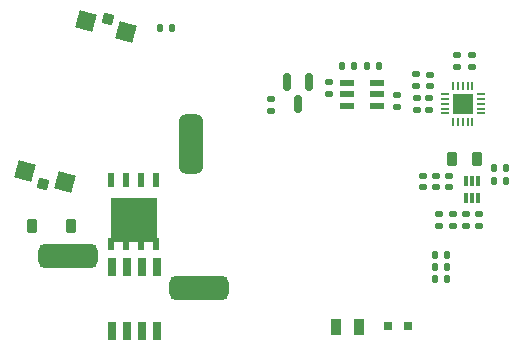
<source format=gbr>
%TF.GenerationSoftware,KiCad,Pcbnew,7.0.2*%
%TF.CreationDate,2023-08-30T02:12:12+03:00*%
%TF.ProjectId,PCBTRIGGERASSEMBLY,50434254-5249-4474-9745-52415353454d,rev?*%
%TF.SameCoordinates,Original*%
%TF.FileFunction,Paste,Top*%
%TF.FilePolarity,Positive*%
%FSLAX46Y46*%
G04 Gerber Fmt 4.6, Leading zero omitted, Abs format (unit mm)*
G04 Created by KiCad (PCBNEW 7.0.2) date 2023-08-30 02:12:12*
%MOMM*%
%LPD*%
G01*
G04 APERTURE LIST*
G04 Aperture macros list*
%AMRoundRect*
0 Rectangle with rounded corners*
0 $1 Rounding radius*
0 $2 $3 $4 $5 $6 $7 $8 $9 X,Y pos of 4 corners*
0 Add a 4 corners polygon primitive as box body*
4,1,4,$2,$3,$4,$5,$6,$7,$8,$9,$2,$3,0*
0 Add four circle primitives for the rounded corners*
1,1,$1+$1,$2,$3*
1,1,$1+$1,$4,$5*
1,1,$1+$1,$6,$7*
1,1,$1+$1,$8,$9*
0 Add four rect primitives between the rounded corners*
20,1,$1+$1,$2,$3,$4,$5,0*
20,1,$1+$1,$4,$5,$6,$7,0*
20,1,$1+$1,$6,$7,$8,$9,0*
20,1,$1+$1,$8,$9,$2,$3,0*%
%AMRotRect*
0 Rectangle, with rotation*
0 The origin of the aperture is its center*
0 $1 length*
0 $2 width*
0 $3 Rotation angle, in degrees counterclockwise*
0 Add horizontal line*
21,1,$1,$2,0,0,$3*%
G04 Aperture macros list end*
%ADD10R,0.800000X0.800000*%
%ADD11RoundRect,0.508000X0.508000X-1.992000X0.508000X1.992000X-0.508000X1.992000X-0.508000X-1.992000X0*%
%ADD12RoundRect,0.508000X-1.992000X-0.508000X1.992000X-0.508000X1.992000X0.508000X-1.992000X0.508000X0*%
%ADD13RoundRect,0.140000X0.170000X-0.140000X0.170000X0.140000X-0.170000X0.140000X-0.170000X-0.140000X0*%
%ADD14RoundRect,0.135000X-0.135000X-0.185000X0.135000X-0.185000X0.135000X0.185000X-0.135000X0.185000X0*%
%ADD15RoundRect,0.135000X0.185000X-0.135000X0.185000X0.135000X-0.185000X0.135000X-0.185000X-0.135000X0*%
%ADD16R,0.610000X1.270000*%
%ADD17R,3.910000X3.810000*%
%ADD18R,0.610000X1.020000*%
%ADD19RoundRect,0.225000X0.225000X0.375000X-0.225000X0.375000X-0.225000X-0.375000X0.225000X-0.375000X0*%
%ADD20RoundRect,0.140000X-0.140000X-0.170000X0.140000X-0.170000X0.140000X0.170000X-0.140000X0.170000X0*%
%ADD21RotRect,1.500000X1.500000X75.000000*%
%ADD22RotRect,0.900000X0.900000X75.000000*%
%ADD23R,0.700000X1.525000*%
%ADD24RoundRect,0.150000X-0.150000X0.587500X-0.150000X-0.587500X0.150000X-0.587500X0.150000X0.587500X0*%
%ADD25RoundRect,0.135000X-0.185000X0.135000X-0.185000X-0.135000X0.185000X-0.135000X0.185000X0.135000X0*%
%ADD26RoundRect,0.140000X-0.170000X0.140000X-0.170000X-0.140000X0.170000X-0.140000X0.170000X0.140000X0*%
%ADD27R,0.300000X0.950000*%
%ADD28R,0.900000X1.400000*%
%ADD29RoundRect,0.218750X-0.218750X-0.381250X0.218750X-0.381250X0.218750X0.381250X-0.218750X0.381250X0*%
%ADD30RoundRect,0.508000X1.992000X0.508000X-1.992000X0.508000X-1.992000X-0.508000X1.992000X-0.508000X0*%
%ADD31RoundRect,0.135000X0.135000X0.185000X-0.135000X0.185000X-0.135000X-0.185000X0.135000X-0.185000X0*%
%ADD32R,0.800000X0.200000*%
%ADD33R,0.200000X0.800000*%
%ADD34R,1.800000X1.800000*%
%ADD35RotRect,1.500000X1.500000X255.000000*%
%ADD36RotRect,0.900000X0.900000X255.000000*%
%ADD37R,1.200000X0.550000*%
G04 APERTURE END LIST*
D10*
%TO.C,Q4*%
X127375000Y-113200000D03*
X125725000Y-113200000D03*
%TD*%
D11*
%TO.C,U2*%
X109000000Y-97800000D03*
%TD*%
D12*
%TO.C,U4*%
X109750000Y-110000000D03*
%TD*%
D13*
%TO.C,C2*%
X129200000Y-94880000D03*
X129200000Y-93920000D03*
%TD*%
D14*
%TO.C,R15*%
X123940000Y-91150000D03*
X124960000Y-91150000D03*
%TD*%
D15*
%TO.C,R12*%
X126450000Y-94660000D03*
X126450000Y-93640000D03*
%TD*%
D16*
%TO.C,Q8*%
X106105000Y-100830000D03*
X104835000Y-100830000D03*
X103565000Y-100830000D03*
X102295000Y-100830000D03*
D17*
X104200000Y-104190000D03*
D18*
X106105000Y-106295000D03*
X104835000Y-106295000D03*
X103565000Y-106295000D03*
X102295000Y-106295000D03*
%TD*%
D19*
%TO.C,D1*%
X98850000Y-104700000D03*
X95550000Y-104700000D03*
%TD*%
D20*
%TO.C,C1*%
X129730000Y-107150000D03*
X130690000Y-107150000D03*
%TD*%
D15*
%TO.C,R7*%
X131200000Y-104770000D03*
X131200000Y-103750000D03*
%TD*%
D21*
%TO.C,Q2*%
X94979630Y-100087067D03*
X98360370Y-100992933D03*
D22*
X96501768Y-101167852D03*
%TD*%
D23*
%TO.C,IC1*%
X102390000Y-113600000D03*
X103660000Y-113600000D03*
X104930000Y-113600000D03*
X106200000Y-113600000D03*
X106200000Y-108176000D03*
X104930000Y-108176000D03*
X103660000Y-108176000D03*
X102390000Y-108176000D03*
%TD*%
D14*
%TO.C,R3*%
X129700000Y-109250000D03*
X130720000Y-109250000D03*
%TD*%
D24*
%TO.C,Q7*%
X119050000Y-92530000D03*
X117150000Y-92530000D03*
X118100000Y-94405000D03*
%TD*%
D14*
%TO.C,R1*%
X129700000Y-108200000D03*
X130720000Y-108200000D03*
%TD*%
D25*
%TO.C,R8*%
X115800000Y-93990000D03*
X115800000Y-95010000D03*
%TD*%
D20*
%TO.C,C6*%
X134720000Y-100965000D03*
X135680000Y-100965000D03*
%TD*%
D26*
%TO.C,C14*%
X128700000Y-100470000D03*
X128700000Y-101430000D03*
%TD*%
D13*
%TO.C,C3*%
X128200000Y-94880000D03*
X128200000Y-93920000D03*
%TD*%
D15*
%TO.C,R5*%
X128100000Y-92900000D03*
X128100000Y-91880000D03*
%TD*%
D25*
%TO.C,R11*%
X131600000Y-90290000D03*
X131600000Y-91310000D03*
%TD*%
%TO.C,R14*%
X133400000Y-103750000D03*
X133400000Y-104770000D03*
%TD*%
D15*
%TO.C,R2*%
X132800000Y-91310000D03*
X132800000Y-90290000D03*
%TD*%
D27*
%TO.C,IC2*%
X133300000Y-100900000D03*
X132800000Y-100900000D03*
X132300000Y-100900000D03*
X132300000Y-102400000D03*
X132800000Y-102400000D03*
X133300000Y-102400000D03*
%TD*%
D28*
%TO.C,LED2*%
X123300000Y-113300000D03*
X121300000Y-113300000D03*
%TD*%
D15*
%TO.C,R18*%
X132300000Y-104770000D03*
X132300000Y-103750000D03*
%TD*%
D20*
%TO.C,C5*%
X134720000Y-99850000D03*
X135680000Y-99850000D03*
%TD*%
D13*
%TO.C,C4*%
X129250000Y-92870000D03*
X129250000Y-91910000D03*
%TD*%
D26*
%TO.C,C16*%
X130900000Y-100470000D03*
X130900000Y-101430000D03*
%TD*%
D29*
%TO.C,L1*%
X131137500Y-99050000D03*
X133262500Y-99050000D03*
%TD*%
D15*
%TO.C,R13*%
X120750000Y-93560000D03*
X120750000Y-92540000D03*
%TD*%
D30*
%TO.C,U3*%
X98650000Y-107250000D03*
%TD*%
D25*
%TO.C,R4*%
X130000000Y-103750000D03*
X130000000Y-104770000D03*
%TD*%
D31*
%TO.C,R9*%
X122860000Y-91160000D03*
X121840000Y-91160000D03*
%TD*%
D32*
%TO.C,IC3*%
X130550000Y-93600000D03*
X130550000Y-94000000D03*
X130550000Y-94400000D03*
X130550000Y-94800000D03*
X130550000Y-95200000D03*
D33*
X131250000Y-95900000D03*
X131650000Y-95900000D03*
X132050000Y-95900000D03*
X132450000Y-95900000D03*
X132850000Y-95900000D03*
D32*
X133550000Y-95200000D03*
X133550000Y-94800000D03*
X133550000Y-94400000D03*
X133550000Y-94000000D03*
X133550000Y-93600000D03*
D33*
X132850000Y-92900000D03*
X132450000Y-92900000D03*
X132050000Y-92900000D03*
X131650000Y-92900000D03*
X131250000Y-92900000D03*
D34*
X132050000Y-94400000D03*
%TD*%
D35*
%TO.C,LED4*%
X103522138Y-88280785D03*
X100141398Y-87374919D03*
D36*
X102000000Y-87200000D03*
%TD*%
D31*
%TO.C,R6*%
X107460000Y-88000000D03*
X106440000Y-88000000D03*
%TD*%
D37*
%TO.C,IC4*%
X124750000Y-94550000D03*
X124750000Y-93600000D03*
X124750000Y-92650000D03*
X122250000Y-92650000D03*
X122250000Y-93600000D03*
X122250000Y-94550000D03*
%TD*%
D26*
%TO.C,C15*%
X129800000Y-100470000D03*
X129800000Y-101430000D03*
%TD*%
M02*

</source>
